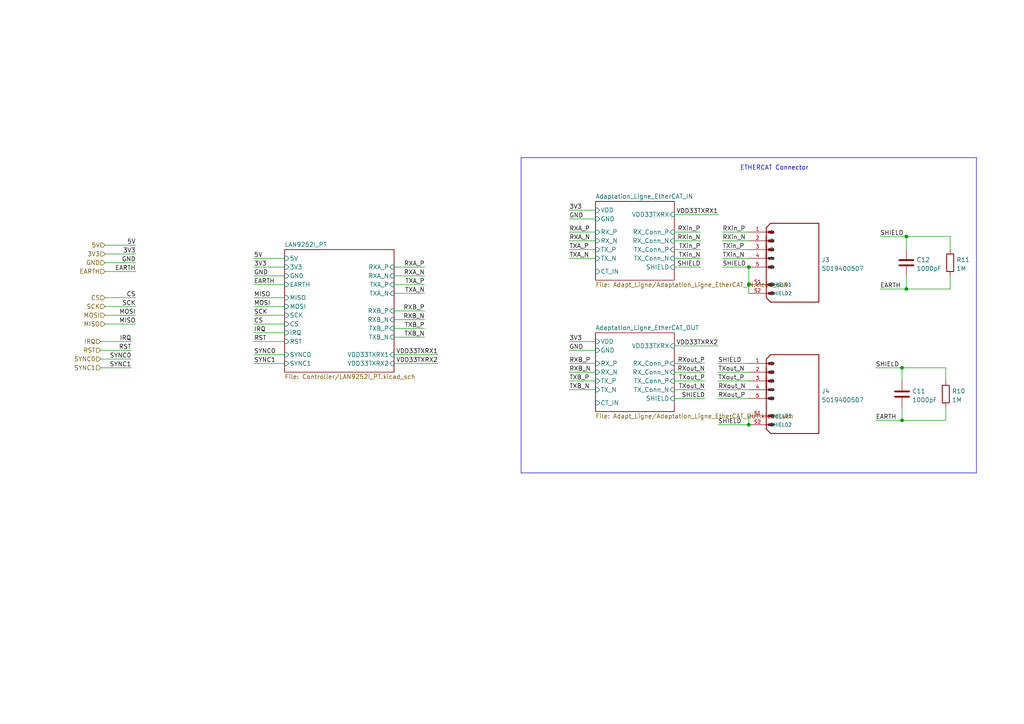
<source format=kicad_sch>
(kicad_sch (version 20230121) (generator eeschema)
  (paper "A4")
  (lib_symbols
    (symbol "CMS_MOLEX:5019400507" (pin_names (offset 1.016))
      (property "Reference" "J" (at -7.62 11.43 0))
      (property "Value" "5019400507" (at -7.62 -15.24 0))
      (symbol "5019400507_0_0"
        (rectangle (start -6.985 -10.4648) (end -5.3848 -9.8298) (fill (type outline)))
        (rectangle (start -6.985 -7.9248) (end -5.3848 -7.2898) (fill (type outline)))
        (rectangle (start -6.985 -2.8448) (end -5.3848 -2.2098) (fill (type outline)))
        (rectangle (start -6.985 -0.3048) (end -5.3848 0.3048) (fill (type outline)))
        (rectangle (start -6.985 2.2098) (end -5.3848 2.8448) (fill (type outline)))
        (rectangle (start -6.985 4.7498) (end -5.3848 5.3848) (fill (type outline)))
        (rectangle (start -6.985 7.2898) (end -5.3848 7.9248) (fill (type outline)))
        (polyline (pts (xy -7.62 -11.43) (xy -6.35 -12.7)) (stroke (width 0.254)))
        (polyline (pts (xy -7.62 -10.16) (xy -5.715 -10.16)) (stroke (width 0.254)))
        (polyline (pts (xy -7.62 -7.62) (xy -5.715 -7.62)) (stroke (width 0.254)))
        (polyline (pts (xy -7.62 -2.54) (xy -5.715 -2.54)) (stroke (width 0.254)))
        (polyline (pts (xy -7.62 0) (xy -5.715 0)) (stroke (width 0.254)))
        (polyline (pts (xy -7.62 2.54) (xy -7.62 -11.43)) (stroke (width 0.254)))
        (polyline (pts (xy -7.62 2.54) (xy -5.715 2.54)) (stroke (width 0.254)))
        (polyline (pts (xy -7.62 3.81) (xy -7.62 -2.54)) (stroke (width 0.254)))
        (polyline (pts (xy -7.62 5.08) (xy -5.715 5.08)) (stroke (width 0.254)))
        (polyline (pts (xy -7.62 6.35) (xy -7.62 0)) (stroke (width 0.254)))
        (polyline (pts (xy -7.62 7.62) (xy -5.715 7.62)) (stroke (width 0.254)))
        (polyline (pts (xy -7.62 8.89) (xy -7.62 2.54)) (stroke (width 0.254)))
        (polyline (pts (xy -7.62 8.89) (xy -6.35 10.16)) (stroke (width 0.254)))
        (polyline (pts (xy -6.35 -12.7) (xy 7.62 -12.7)) (stroke (width 0.254)))
        (polyline (pts (xy 7.62 -12.7) (xy 7.62 10.16)) (stroke (width 0.254)))
        (polyline (pts (xy 7.62 10.16) (xy -6.35 10.16)) (stroke (width 0.254)))
        (pin passive line (at -12.7 7.62 0) (length 5.08) (name "1") (number "1"))
        (pin passive line (at -12.7 5.08 0) (length 5.08) (name "2") (number "2"))
        (pin passive line (at -12.7 2.54 0) (length 5.08) (name "3") (number "3"))
        (pin passive line (at -12.7 0 0) (length 5.08) (name "4") (number "4"))
        (pin passive line (at -12.7 -2.54 0) (length 5.08) (name "5") (number "5"))
        (pin passive line (at -12.7 -7.62 0) (length 5.08) (name "SHIELD1") (number "S1"))
        (pin passive line (at -12.7 -10.16 0) (length 5.08) (name "SHIELD2") (number "S2"))
      )
    )
    (symbol "Device:C" (pin_numbers hide) (pin_names (offset 0.254))
      (property "Reference" "C" (at 0.635 2.54 0))
      (property "Value" "C" (at 0.635 -2.54 0))
      (symbol "C_0_1"
        (polyline (pts (xy -2.032 -0.762) (xy 2.032 -0.762)) (stroke (width 0.508)))
        (polyline (pts (xy -2.032 0.762) (xy 2.032 0.762)) (stroke (width 0.508)))
      )
      (symbol "C_1_1"
        (pin passive line (at 0 3.81 270) (length 2.794) (name "~") (number "1"))
        (pin passive line (at 0 -3.81 90) (length 2.794) (name "~") (number "2"))
      )
    )
    (symbol "Device:R" (pin_numbers hide) (pin_names (offset 0))
      (property "Reference" "R" (at 2.032 0 90))
      (property "Value" "R" (at 0 0 90))
      (symbol "R_0_1"
        (rectangle (start -1.016 -2.54) (end 1.016 2.54) (stroke (width 0.254)))
      )
      (symbol "R_1_1"
        (pin passive line (at 0 3.81 270) (length 1.27) (name "~") (number "1"))
        (pin passive line (at 0 -3.81 90) (length 1.27) (name "~") (number "2"))
      )
    )
  )
  (junction (at 261.62 121.92))
  (junction (at 262.89 68.58))
  (junction (at 262.89 83.82))
  (junction (at 217.17 77.47))
  (junction (at 217.17 123.19))
  (junction (at 217.17 82.55))
  (junction (at 261.62 106.68))
  (wire (pts (xy 165.1 72.39) (xy 172.72 72.39)))
  (wire (pts (xy 114.3 90.17) (xy 123.19 90.17)))
  (wire (pts (xy 261.62 106.68) (xy 274.32 106.68)))
  (wire (pts (xy 217.17 77.47) (xy 217.17 82.55)))
  (wire (pts (xy 39.37 86.36) (xy 30.48 86.36)))
  (wire (pts (xy 204.47 105.41) (xy 195.58 105.41)))
  (wire (pts (xy 261.62 121.92) (xy 274.32 121.92)))
  (wire (pts (xy 30.48 71.12) (xy 39.37 71.12)))
  (wire (pts (xy 208.28 123.19) (xy 217.17 123.19)))
  (wire (pts (xy 73.66 82.55) (xy 82.55 82.55)))
  (wire (pts (xy 261.62 118.11) (xy 261.62 121.92)))
  (wire (pts (xy 82.55 74.93) (xy 73.66 74.93)))
  (wire (pts (xy 209.55 72.39) (xy 217.17 72.39)))
  (wire (pts (xy 30.48 73.66) (xy 39.37 73.66)))
  (wire (pts (xy 82.55 105.41) (xy 73.66 105.41)))
  (wire (pts (xy 195.58 74.93) (xy 203.2 74.93)))
  (wire (pts (xy 82.55 102.87) (xy 73.66 102.87)))
  (polyline (pts (xy 283.21 45.72) (xy 283.21 137.16)))
  (wire (pts (xy 217.17 82.55) (xy 217.17 85.09)))
  (wire (pts (xy 262.89 83.82) (xy 275.59 83.82)))
  (wire (pts (xy 204.47 113.03) (xy 195.58 113.03)))
  (wire (pts (xy 114.3 92.71) (xy 123.19 92.71)))
  (wire (pts (xy 82.55 91.44) (xy 73.66 91.44)))
  (wire (pts (xy 255.27 68.58) (xy 262.89 68.58)))
  (wire (pts (xy 275.59 80.01) (xy 275.59 83.82)))
  (wire (pts (xy 82.55 86.36) (xy 73.66 86.36)))
  (wire (pts (xy 254 121.92) (xy 261.62 121.92)))
  (wire (pts (xy 114.3 80.01) (xy 123.19 80.01)))
  (wire (pts (xy 39.37 78.74) (xy 30.48 78.74)))
  (wire (pts (xy 38.1 99.06) (xy 29.21 99.06)))
  (wire (pts (xy 165.1 74.93) (xy 172.72 74.93)))
  (wire (pts (xy 114.3 97.79) (xy 123.19 97.79)))
  (wire (pts (xy 30.48 76.2) (xy 39.37 76.2)))
  (wire (pts (xy 262.89 68.58) (xy 262.89 72.39)))
  (wire (pts (xy 255.27 83.82) (xy 262.89 83.82)))
  (wire (pts (xy 114.3 102.87) (xy 127 102.87)))
  (wire (pts (xy 30.48 88.9) (xy 39.37 88.9)))
  (wire (pts (xy 208.28 107.95) (xy 217.17 107.95)))
  (wire (pts (xy 82.55 77.47) (xy 73.66 77.47)))
  (wire (pts (xy 208.28 113.03) (xy 217.17 113.03)))
  (wire (pts (xy 165.1 113.03) (xy 172.72 113.03)))
  (wire (pts (xy 82.55 80.01) (xy 73.66 80.01)))
  (wire (pts (xy 208.28 105.41) (xy 217.17 105.41)))
  (wire (pts (xy 165.1 67.31) (xy 172.72 67.31)))
  (polyline (pts (xy 151.13 45.72) (xy 283.21 45.72)))
  (wire (pts (xy 165.1 60.96) (xy 172.72 60.96)))
  (wire (pts (xy 82.55 99.06) (xy 73.66 99.06)))
  (wire (pts (xy 217.17 120.65) (xy 217.17 123.19)))
  (polyline (pts (xy 151.13 45.72) (xy 151.13 137.16)))
  (wire (pts (xy 114.3 95.25) (xy 123.19 95.25)))
  (wire (pts (xy 38.1 104.14) (xy 29.21 104.14)))
  (wire (pts (xy 114.3 77.47) (xy 123.19 77.47)))
  (wire (pts (xy 261.62 106.68) (xy 261.62 110.49)))
  (wire (pts (xy 82.55 96.52) (xy 73.66 96.52)))
  (wire (pts (xy 209.55 69.85) (xy 217.17 69.85)))
  (wire (pts (xy 195.58 69.85) (xy 203.2 69.85)))
  (wire (pts (xy 204.47 110.49) (xy 195.58 110.49)))
  (wire (pts (xy 274.32 106.68) (xy 274.32 110.49)))
  (wire (pts (xy 114.3 85.09) (xy 123.19 85.09)))
  (wire (pts (xy 195.58 67.31) (xy 203.2 67.31)))
  (wire (pts (xy 114.3 105.41) (xy 127 105.41)))
  (wire (pts (xy 165.1 69.85) (xy 172.72 69.85)))
  (wire (pts (xy 204.47 115.57) (xy 195.58 115.57)))
  (wire (pts (xy 208.28 115.57) (xy 217.17 115.57)))
  (wire (pts (xy 73.66 93.98) (xy 82.55 93.98)))
  (wire (pts (xy 204.47 107.95) (xy 195.58 107.95)))
  (wire (pts (xy 195.58 100.33) (xy 208.28 100.33)))
  (wire (pts (xy 274.32 118.11) (xy 274.32 121.92)))
  (wire (pts (xy 114.3 82.55) (xy 123.19 82.55)))
  (wire (pts (xy 195.58 62.23) (xy 208.28 62.23)))
  (wire (pts (xy 275.59 68.58) (xy 275.59 72.39)))
  (wire (pts (xy 254 106.68) (xy 261.62 106.68)))
  (wire (pts (xy 165.1 101.6) (xy 172.72 101.6)))
  (wire (pts (xy 30.48 91.44) (xy 39.37 91.44)))
  (wire (pts (xy 165.1 110.49) (xy 172.72 110.49)))
  (wire (pts (xy 195.58 72.39) (xy 203.2 72.39)))
  (wire (pts (xy 209.55 67.31) (xy 217.17 67.31)))
  (wire (pts (xy 38.1 106.68) (xy 29.21 106.68)))
  (wire (pts (xy 165.1 99.06) (xy 172.72 99.06)))
  (wire (pts (xy 165.1 105.41) (xy 172.72 105.41)))
  (wire (pts (xy 209.55 74.93) (xy 217.17 74.93)))
  (wire (pts (xy 195.58 77.47) (xy 203.2 77.47)))
  (wire (pts (xy 38.1 101.6) (xy 29.21 101.6)))
  (polyline (pts (xy 283.21 137.16) (xy 151.13 137.16)))
  (wire (pts (xy 209.55 77.47) (xy 217.17 77.47)))
  (wire (pts (xy 82.55 88.9) (xy 73.66 88.9)))
  (wire (pts (xy 208.28 110.49) (xy 217.17 110.49)))
  (wire (pts (xy 30.48 93.98) (xy 39.37 93.98)))
  (wire (pts (xy 262.89 68.58) (xy 275.59 68.58)))
  (wire (pts (xy 165.1 107.95) (xy 172.72 107.95)))
  (wire (pts (xy 165.1 63.5) (xy 172.72 63.5)))
  (wire (pts (xy 262.89 80.01) (xy 262.89 83.82)))
  (text "ETHERCAT Connector" (at 214.63 49.53 0) (effects (font (size 1.27 1.27)) (justify left bottom)))
  (label "TXB_P" (at 123.19 95.25 180))
  (label "EARTH" (at 254 121.92 0))
  (label "TXA_P" (at 123.19 82.55 180))
  (label "TXB_N" (at 123.19 97.79 180))
  (label "RXout_N" (at 204.47 107.95 180))
  (label "VDD33TXRX2" (at 208.28 100.33 180))
  (label "RXB_P" (at 123.19 90.17 180))
  (label "SYNC0" (at 73.66 102.87 0))
  (label "CS" (at 39.37 86.36 180))
  (label "TXin_N" (at 203.2 74.93 180))
  (label "RST" (at 73.66 99.06 0))
  (label "SHIELD" (at 209.55 77.47 0))
  (label "VDD33TXRX1" (at 127 102.87 180))
  (label "TXout_P" (at 204.47 110.49 180))
  (label "RST" (at 38.1 101.6 180))
  (label "SYNC1" (at 73.66 105.41 0))
  (label "TXA_N" (at 165.1 74.93 0))
  (label "EARTH" (at 39.37 78.74 180))
  (label "RXA_N" (at 165.1 69.85 0))
  (label "CS" (at 73.66 93.98 0))
  (label "MISO" (at 39.37 93.98 180))
  (label "GND" (at 73.66 80.01 0))
  (label "5V" (at 39.37 71.12 180))
  (label "GND" (at 39.37 76.2 180))
  (label "SCK" (at 39.37 88.9 180))
  (label "TXout_N" (at 204.47 113.03 180))
  (label "RXout_P" (at 204.47 105.41 180))
  (label "SHIELD" (at 208.28 123.19 0))
  (label "MOSI" (at 73.66 88.9 0))
  (label "RXA_N" (at 123.19 80.01 180))
  (label "3V3" (at 165.1 60.96 0))
  (label "MISO" (at 73.66 86.36 0))
  (label "TXin_P" (at 203.2 72.39 180))
  (label "EARTH" (at 73.66 82.55 0))
  (label "RXA_P" (at 165.1 67.31 0))
  (label "RXin_P" (at 209.55 67.31 0))
  (label "TXout_P" (at 208.28 110.49 0))
  (label "TXin_P" (at 209.55 72.39 0))
  (label "RXB_N" (at 165.1 107.95 0))
  (label "GND" (at 165.1 101.6 0))
  (label "MOSI" (at 39.37 91.44 180))
  (label "TXB_N" (at 165.1 113.03 0))
  (label "SHIELD" (at 204.47 115.57 180))
  (label "EARTH" (at 255.27 83.82 0))
  (label "SHIELD" (at 203.2 77.47 180))
  (label "SYNC1" (at 38.1 106.68 180))
  (label "TXA_P" (at 165.1 72.39 0))
  (label "3V3" (at 165.1 99.06 0))
  (label "SHIELD" (at 254 106.68 0))
  (label "3V3" (at 39.37 73.66 180))
  (label "5V" (at 73.66 74.93 0))
  (label "RXout_P" (at 208.28 115.57 0))
  (label "VDD33TXRX2" (at 127 105.41 180))
  (label "IRQ" (at 73.66 96.52 0))
  (label "SCK" (at 73.66 91.44 0))
  (label "TXout_N" (at 208.28 107.95 0))
  (label "RXin_P" (at 203.2 67.31 180))
  (label "RXA_P" (at 123.19 77.47 180))
  (label "SYNC0" (at 38.1 104.14 180))
  (label "IRQ" (at 38.1 99.06 180))
  (label "RXin_N" (at 203.2 69.85 180))
  (label "TXA_N" (at 123.19 85.09 180))
  (label "RXout_N" (at 208.28 113.03 0))
  (label "SHIELD" (at 208.28 105.41 0))
  (label "SHIELD" (at 255.27 68.58 0))
  (label "3V3" (at 73.66 77.47 0))
  (label "GND" (at 165.1 63.5 0))
  (label "VDD33TXRX1" (at 208.28 62.23 180))
  (label "RXin_N" (at 209.55 69.85 0))
  (label "TXin_N" (at 209.55 74.93 0))
  (label "RXB_N" (at 123.19 92.71 180))
  (label "TXB_P" (at 165.1 110.49 0))
  (label "RXB_P" (at 165.1 105.41 0))
  (hierarchical_label "IRQ" (shape input) (at 29.21 99.06 180))
  (hierarchical_label "GND" (shape input) (at 30.48 76.2 180))
  (hierarchical_label "3V3" (shape input) (at 30.48 73.66 180))
  (hierarchical_label "SCK" (shape input) (at 30.48 88.9 180))
  (hierarchical_label "MOSI" (shape input) (at 30.48 91.44 180))
  (hierarchical_label "CS" (shape input) (at 30.48 86.36 180))
  (hierarchical_label "5V" (shape input) (at 30.48 71.12 180))
  (hierarchical_label "SYNC1" (shape input) (at 29.21 106.68 180))
  (hierarchical_label "MISO" (shape input) (at 30.48 93.98 180))
  (hierarchical_label "RST" (shape input) (at 29.21 101.6 180))
  (hierarchical_label "SYNC0" (shape input) (at 29.21 104.14 180))
  (hierarchical_label "EARTH" (shape input) (at 30.48 78.74 180))
  (symbol (lib_id "Device:C") (at 262.89 76.2 0) (unit 1)
    (property "Reference" "C12" (at 265.811 75.3653 0) (effects (justify left)))
    (property "Value" "1000pF" (at 265.811 77.9022 0) (effects (justify left)))
    (property "Footprint" "Capacitor_SMD:C_1812_4532Metric_Pad1.57x3.40mm_HandSolder" (effects hide))
    (property "MPN" "HV1812Y102KXHATHV" (effects hide))
  )
  (symbol (lib_id "Device:R") (at 275.59 76.2 0) (unit 1)
    (property "Reference" "R11" (at 277.368 75.3653 0) (effects (justify left)))
    (property "Value" "1M" (at 277.368 77.9022 0) (effects (justify left)))
    (property "Footprint" "Resistor_SMD:R_0603_1608Metric_Pad0.98x0.95mm_HandSolder" (effects hide))
    (property "MPN" "ESR03EZPF1004" (effects hide))
  )
  (symbol (lib_id "CMS_MOLEX:5019400507") (at 229.87 74.93 0) (unit 1)
    (property "Reference" "J3" (at 238.252 75.3653 0) (effects (justify left)))
    (property "Value" "5019400507" (at 238.252 77.9022 0) (effects (justify left)))
    (property "Footprint" "CMS_MOLEX_PICOCLASP:5019400507" (effects hide))
    (property "PARTREV" "B" (effects hide))
    (property "MAXIMUM_PACKAGE_HEIGHT" "5.49 mm" (effects hide))
    (property "STANDARD" "Manufacturer Recommendations" (effects hide))
    (property "MANUFACTURER" "Molex" (effects hide))
    (property "MPN" "5019400507" (effects hide))
  )
  (symbol (lib_id "Device:C") (at 261.62 114.3 0) (unit 1)
    (property "Reference" "C11" (at 264.541 113.4653 0) (effects (justify left)))
    (property "Value" "1000pF" (at 264.541 116.0022 0) (effects (justify left)))
    (property "Footprint" "Capacitor_SMD:C_1812_4532Metric_Pad1.57x3.40mm_HandSolder" (effects hide))
    (property "MPN" "HV1812Y102KXHATHV" (effects hide))
  )
  (symbol (lib_id "CMS_MOLEX:5019400507") (at 229.87 113.03 0) (unit 1)
    (property "Reference" "J4" (at 238.252 113.4653 0) (effects (justify left)))
    (property "Value" "5019400507" (at 238.252 116.0022 0) (effects (justify left)))
    (property "Footprint" "CMS_MOLEX_PICOCLASP:5019400507" (effects hide))
    (property "PARTREV" "B" (effects hide))
    (property "MAXIMUM_PACKAGE_HEIGHT" "5.49 mm" (effects hide))
    (property "STANDARD" "Manufacturer Recommendations" (effects hide))
    (property "MANUFACTURER" "Molex" (effects hide))
    (property "MPN" "5019400507" (effects hide))
  )
  (symbol (lib_id "Device:R") (at 274.32 114.3 0) (unit 1)
    (property "Reference" "R10" (at 276.098 113.4653 0) (effects (justify left)))
    (property "Value" "1M" (at 276.098 116.0022 0) (effects (justify left)))
    (property "Footprint" "Resistor_SMD:R_0603_1608Metric_Pad0.98x0.95mm_HandSolder" (effects hide))
    (property "MPN" "ESR03EZPF1004" (effects hide))
  )
  (sheet (at 172.72 96.52) (size 22.86 22.86) (stroke (width 0.1524))
    (property "Sheetname" "Adaptation_Ligne_EtherCAT_OUT" (at 172.72 95.8084 0) (effects (justify left bottom)))
    (property "Sheetfile" "Adapt_Ligne/Adaptation_Ligne_EtherCAT_OUT.kicad_sch" (at 172.72 119.9646 0) (effects (justify left top)))
    (pin "SHIELD" input (at 195.58 115.57 0))
    (pin "TX_Conn_N" input (at 195.58 113.03 0))
    (pin "TX_Conn_P" input (at 195.58 110.49 0))
    (pin "RX_Conn_N" input (at 195.58 107.95 0))
    (pin "RX_Conn_P" input (at 195.58 105.41 0))
    (pin "TX_P" input (at 172.72 110.49 180))
    (pin "TX_N" input (at 172.72 113.03 180))
    (pin "RX_N" input (at 172.72 107.95 180))
    (pin "RX_P" input (at 172.72 105.41 180))
    (pin "CT_IN" input (at 172.72 116.84 180))
    (pin "GND" input (at 172.72 101.6 180))
    (pin "VDD" input (at 172.72 99.06 180))
    (pin "VDD33TXRX" input (at 195.58 100.33 0))
  )
  (sheet (at 82.55 72.39) (size 31.75 35.56) (stroke (width 0.1524))
    (property "Sheetname" "LAN9252I_PT" (at 82.55 71.6784 0) (effects (justify left bottom)))
    (property "Sheetfile" "Controller/LAN9252I_PT.kicad_sch" (at 82.55 108.5346 0) (effects (justify left top)))
    (pin "RXB_P" input (at 114.3 90.17 0))
    (pin "RXB_N" input (at 114.3 92.71 0))
    (pin "TXB_N" input (at 114.3 97.79 0))
    (pin "TXB_P" input (at 114.3 95.25 0))
    (pin "RXA_P" input (at 114.3 77.47 0))
    (pin "RXA_N" input (at 114.3 80.01 0))
    (pin "TXA_P" input (at 114.3 82.55 0))
    (pin "TXA_N" input (at 114.3 85.09 0))
    (pin "SYNC1" input (at 82.55 105.41 180))
    (pin "IRQ" input (at 82.55 96.52 180))
    (pin "SYNC0" input (at 82.55 102.87 180))
    (pin "MISO" input (at 82.55 86.36 180))
    (pin "MOSI" input (at 82.55 88.9 180))
    (pin "SCK" input (at 82.55 91.44 180))
    (pin "CS" input (at 82.55 93.98 180))
    (pin "RST" input (at 82.55 99.06 180))
    (pin "3V3" input (at 82.55 77.47 180))
    (pin "5V" input (at 82.55 74.93 180))
    (pin "EARTH" input (at 82.55 82.55 180))
    (pin "GND" input (at 82.55 80.01 180))
    (pin "VDD33TXRX1" input (at 114.3 102.87 0))
    (pin "VDD33TXRX2" input (at 114.3 105.41 0))
  )
  (sheet (at 172.72 58.42) (size 22.86 22.86) (stroke (width 0.1524))
    (property "Sheetname" "Adaptation_Ligne_EtherCAT_IN" (at 172.72 57.7084 0) (effects (justify left bottom)))
    (property "Sheetfile" "Adapt_Ligne/Adaptation_Ligne_EtherCAT_IN.kicad_sch" (at 172.72 81.8646 0) (effects (justify left top)))
    (pin "SHIELD" input (at 195.58 77.47 0))
    (pin "TX_Conn_N" input (at 195.58 74.93 0))
    (pin "TX_Conn_P" input (at 195.58 72.39 0))
    (pin "RX_Conn_N" input (at 195.58 69.85 0))
    (pin "RX_Conn_P" input (at 195.58 67.31 0))
    (pin "TX_P" input (at 172.72 72.39 180))
    (pin "TX_N" input (at 172.72 74.93 180))
    (pin "RX_N" input (at 172.72 69.85 180))
    (pin "RX_P" input (at 172.72 67.31 180))
    (pin "CT_IN" input (at 172.72 78.74 180))
    (pin "GND" input (at 172.72 63.5 180))
    (pin "VDD" input (at 172.72 60.96 180))
    (pin "VDD33TXRX" input (at 195.58 62.23 0))
  )
)
</source>
